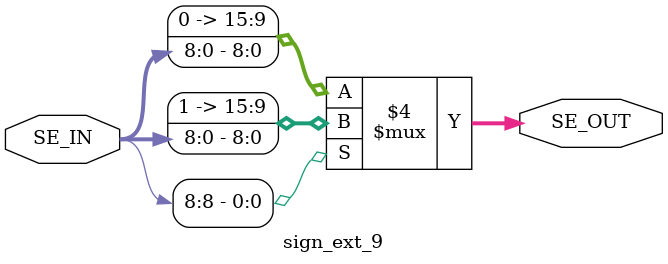
<source format=v>
`timescale 1ns / 1ps


module sign_ext_9 (
    input  wire [8:0] SE_IN,
    output reg  [15:0] SE_OUT
);

always @(*) begin
    if (SE_IN[8] == 1'b0) begin
        SE_OUT = {7'b0000000, SE_IN};
    end else begin
        SE_OUT = {7'b1111111, SE_IN};
    end
end

endmodule


</source>
